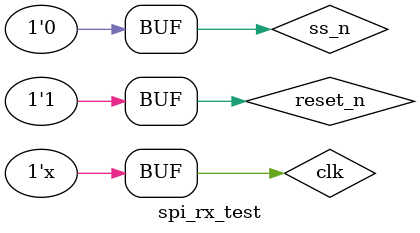
<source format=v>

module spi_rx_test();
  
  reg           clk, reset_n, ss_n;
  wire  [7:0]   data, adrs;
  wire          valid, sdi;
  
  reg   [15:0]  shift_reg;
  
  assign sdi = shift_reg[15];
  
  initial
  begin
    clk <= 0;
    reset_n <= 0;
    ss_n <= 0;
    shift_reg <= 16'h51AB;
    #21
    reset_n <= 1;
  end
  
  parameter CLOCK_INT = 10;
  
  always #(CLOCK_INT / 2) clk <= ~clk;
  
  always @(posedge clk)
  begin
    if(!reset_n)
      begin
        shift_reg <= shift_reg;
      end
    else
      begin
        shift_reg <= {shift_reg[14:0], shift_reg[15]};
     end
 end
  
    
         
  spi_rx spi_rx(
  .clk(clk), 
  .reset_n(reset_n),
  .sdi(sdi),
  .sck(clk),
  .ss_n(ss_n),
  .adrs(adrs),
  .data(data),
  .rx_valid(valid));
  
endmodule

</source>
